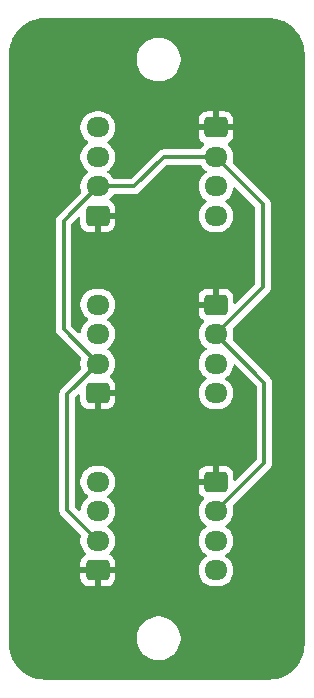
<source format=gbr>
%TF.GenerationSoftware,KiCad,Pcbnew,9.0.2*%
%TF.CreationDate,2025-06-15T01:11:38-07:00*%
%TF.ProjectId,SDM26_SplitterV1.1,53444d32-365f-4537-906c-697474657256,rev?*%
%TF.SameCoordinates,Original*%
%TF.FileFunction,Copper,L2,Bot*%
%TF.FilePolarity,Positive*%
%FSLAX46Y46*%
G04 Gerber Fmt 4.6, Leading zero omitted, Abs format (unit mm)*
G04 Created by KiCad (PCBNEW 9.0.2) date 2025-06-15 01:11:38*
%MOMM*%
%LPD*%
G01*
G04 APERTURE LIST*
G04 Aperture macros list*
%AMRoundRect*
0 Rectangle with rounded corners*
0 $1 Rounding radius*
0 $2 $3 $4 $5 $6 $7 $8 $9 X,Y pos of 4 corners*
0 Add a 4 corners polygon primitive as box body*
4,1,4,$2,$3,$4,$5,$6,$7,$8,$9,$2,$3,0*
0 Add four circle primitives for the rounded corners*
1,1,$1+$1,$2,$3*
1,1,$1+$1,$4,$5*
1,1,$1+$1,$6,$7*
1,1,$1+$1,$8,$9*
0 Add four rect primitives between the rounded corners*
20,1,$1+$1,$2,$3,$4,$5,0*
20,1,$1+$1,$4,$5,$6,$7,0*
20,1,$1+$1,$6,$7,$8,$9,0*
20,1,$1+$1,$8,$9,$2,$3,0*%
G04 Aperture macros list end*
%TA.AperFunction,ComponentPad*%
%ADD10RoundRect,0.250000X-0.725000X0.600000X-0.725000X-0.600000X0.725000X-0.600000X0.725000X0.600000X0*%
%TD*%
%TA.AperFunction,ComponentPad*%
%ADD11O,1.950000X1.700000*%
%TD*%
%TA.AperFunction,ComponentPad*%
%ADD12RoundRect,0.250000X0.725000X-0.600000X0.725000X0.600000X-0.725000X0.600000X-0.725000X-0.600000X0*%
%TD*%
%TA.AperFunction,ViaPad*%
%ADD13C,0.600000*%
%TD*%
%TA.AperFunction,Conductor*%
%ADD14C,0.300000*%
%TD*%
G04 APERTURE END LIST*
D10*
%TO.P,J4,1,Pin_1*%
%TO.N,GND*%
X109900000Y-82350000D03*
D11*
%TO.P,J4,2,Pin_2*%
%TO.N,/CANH*%
X109900000Y-84850000D03*
%TO.P,J4,3,Pin_3*%
%TO.N,/CANL*%
X109900000Y-87350000D03*
%TO.P,J4,4,Pin_4*%
%TO.N,+5V*%
X109900000Y-89850000D03*
%TD*%
D12*
%TO.P,J1,1,Pin_1*%
%TO.N,GND*%
X99900000Y-119850000D03*
D11*
%TO.P,J1,2,Pin_2*%
%TO.N,/CANH*%
X99900000Y-117350000D03*
%TO.P,J1,3,Pin_3*%
%TO.N,/CANL*%
X99900000Y-114850000D03*
%TO.P,J1,4,Pin_4*%
%TO.N,+5V*%
X99900000Y-112350000D03*
%TD*%
D12*
%TO.P,J2,1,Pin_1*%
%TO.N,GND*%
X99900000Y-104850000D03*
D11*
%TO.P,J2,2,Pin_2*%
%TO.N,/CANH*%
X99900000Y-102350000D03*
%TO.P,J2,3,Pin_3*%
%TO.N,/CANL*%
X99900000Y-99850000D03*
%TO.P,J2,4,Pin_4*%
%TO.N,+5V*%
X99900000Y-97350000D03*
%TD*%
D10*
%TO.P,J6,1,Pin_1*%
%TO.N,GND*%
X109900000Y-112350000D03*
D11*
%TO.P,J6,2,Pin_2*%
%TO.N,/CANH*%
X109900000Y-114850000D03*
%TO.P,J6,3,Pin_3*%
%TO.N,/CANL*%
X109900000Y-117350000D03*
%TO.P,J6,4,Pin_4*%
%TO.N,+5V*%
X109900000Y-119850000D03*
%TD*%
D12*
%TO.P,J3,1,Pin_1*%
%TO.N,GND*%
X99900000Y-89850000D03*
D11*
%TO.P,J3,2,Pin_2*%
%TO.N,/CANH*%
X99900000Y-87350000D03*
%TO.P,J3,3,Pin_3*%
%TO.N,/CANL*%
X99900000Y-84850000D03*
%TO.P,J3,4,Pin_4*%
%TO.N,+5V*%
X99900000Y-82350000D03*
%TD*%
D10*
%TO.P,J5,1,Pin_1*%
%TO.N,GND*%
X109900000Y-97350000D03*
D11*
%TO.P,J5,2,Pin_2*%
%TO.N,/CANH*%
X109900000Y-99850000D03*
%TO.P,J5,3,Pin_3*%
%TO.N,/CANL*%
X109900000Y-102350000D03*
%TO.P,J5,4,Pin_4*%
%TO.N,+5V*%
X109900000Y-104850000D03*
%TD*%
D13*
%TO.N,GND*%
X114412500Y-79000000D03*
%TD*%
D14*
%TO.N,/CANH*%
X99900000Y-102350000D02*
X97000000Y-99450000D01*
X103000000Y-87350000D02*
X105500000Y-84850000D01*
X114000000Y-103950000D02*
X114000000Y-110750000D01*
X99900000Y-87350000D02*
X103000000Y-87350000D01*
X97300000Y-114750000D02*
X97300000Y-104950000D01*
X113900000Y-88850000D02*
X113900000Y-95850000D01*
X99900000Y-117350000D02*
X97300000Y-114750000D01*
X97300000Y-104950000D02*
X99900000Y-102350000D01*
X109900000Y-84850000D02*
X113900000Y-88850000D01*
X97000000Y-90250000D02*
X99900000Y-87350000D01*
X105500000Y-84850000D02*
X109900000Y-84850000D01*
X97000000Y-99450000D02*
X97000000Y-90250000D01*
X109900000Y-99850000D02*
X114000000Y-103950000D01*
X113900000Y-95850000D02*
X109900000Y-99850000D01*
X114000000Y-110750000D02*
X109900000Y-114850000D01*
%TD*%
%TA.AperFunction,Conductor*%
%TO.N,GND*%
G36*
X114403244Y-73100670D02*
G01*
X114707046Y-73116592D01*
X114719953Y-73117949D01*
X114851089Y-73138718D01*
X115017209Y-73165028D01*
X115029896Y-73167724D01*
X115320625Y-73245625D01*
X115332965Y-73249635D01*
X115613938Y-73357490D01*
X115625790Y-73362767D01*
X115893968Y-73499411D01*
X115905199Y-73505896D01*
X116157608Y-73669812D01*
X116168109Y-73677441D01*
X116402010Y-73866850D01*
X116411655Y-73875535D01*
X116624464Y-74088344D01*
X116633149Y-74097989D01*
X116822558Y-74331890D01*
X116830187Y-74342391D01*
X116994101Y-74594796D01*
X117000591Y-74606036D01*
X117137231Y-74874206D01*
X117142510Y-74886064D01*
X117250363Y-75167033D01*
X117254374Y-75179376D01*
X117332273Y-75470097D01*
X117334971Y-75482794D01*
X117382050Y-75780046D01*
X117383407Y-75792953D01*
X117399330Y-76096756D01*
X117399500Y-76103246D01*
X117399500Y-126096753D01*
X117399330Y-126103243D01*
X117383407Y-126407046D01*
X117382050Y-126419953D01*
X117334971Y-126717205D01*
X117332273Y-126729902D01*
X117254374Y-127020623D01*
X117250363Y-127032966D01*
X117142510Y-127313935D01*
X117137231Y-127325793D01*
X117000591Y-127593963D01*
X116994101Y-127605203D01*
X116830187Y-127857608D01*
X116822558Y-127868109D01*
X116633149Y-128102010D01*
X116624464Y-128111655D01*
X116411655Y-128324464D01*
X116402010Y-128333149D01*
X116168109Y-128522558D01*
X116157608Y-128530187D01*
X115905203Y-128694101D01*
X115893963Y-128700591D01*
X115625793Y-128837231D01*
X115613935Y-128842510D01*
X115332966Y-128950363D01*
X115320623Y-128954374D01*
X115029902Y-129032273D01*
X115017205Y-129034971D01*
X114719953Y-129082050D01*
X114707046Y-129083407D01*
X114403244Y-129099330D01*
X114396754Y-129099500D01*
X95403246Y-129099500D01*
X95396756Y-129099330D01*
X95092953Y-129083407D01*
X95080046Y-129082050D01*
X94782794Y-129034971D01*
X94770097Y-129032273D01*
X94479376Y-128954374D01*
X94467033Y-128950363D01*
X94186064Y-128842510D01*
X94174206Y-128837231D01*
X93906036Y-128700591D01*
X93894796Y-128694101D01*
X93642391Y-128530187D01*
X93631890Y-128522558D01*
X93397989Y-128333149D01*
X93388344Y-128324464D01*
X93175535Y-128111655D01*
X93166850Y-128102010D01*
X92977441Y-127868109D01*
X92969812Y-127857608D01*
X92805896Y-127605199D01*
X92799408Y-127593963D01*
X92662768Y-127325793D01*
X92657489Y-127313935D01*
X92549636Y-127032966D01*
X92545625Y-127020623D01*
X92538563Y-126994266D01*
X92467724Y-126729896D01*
X92465028Y-126717205D01*
X92417949Y-126419953D01*
X92416592Y-126407046D01*
X92400670Y-126103243D01*
X92400500Y-126096753D01*
X92400500Y-125478711D01*
X103199500Y-125478711D01*
X103199500Y-125721288D01*
X103231161Y-125961785D01*
X103293947Y-126196104D01*
X103330750Y-126284954D01*
X103386776Y-126420212D01*
X103508064Y-126630289D01*
X103508066Y-126630292D01*
X103508067Y-126630293D01*
X103655733Y-126822736D01*
X103655739Y-126822743D01*
X103827256Y-126994260D01*
X103827263Y-126994266D01*
X103877698Y-127032966D01*
X104019711Y-127141936D01*
X104229788Y-127263224D01*
X104453900Y-127356054D01*
X104688211Y-127418838D01*
X104868586Y-127442584D01*
X104928711Y-127450500D01*
X104928712Y-127450500D01*
X105171289Y-127450500D01*
X105219388Y-127444167D01*
X105411789Y-127418838D01*
X105646100Y-127356054D01*
X105870212Y-127263224D01*
X106080289Y-127141936D01*
X106272738Y-126994265D01*
X106444265Y-126822738D01*
X106591936Y-126630289D01*
X106713224Y-126420212D01*
X106806054Y-126196100D01*
X106868838Y-125961789D01*
X106900500Y-125721288D01*
X106900500Y-125478712D01*
X106868838Y-125238211D01*
X106806054Y-125003900D01*
X106713224Y-124779788D01*
X106591936Y-124569711D01*
X106444265Y-124377262D01*
X106444260Y-124377256D01*
X106272743Y-124205739D01*
X106272736Y-124205733D01*
X106080293Y-124058067D01*
X106080292Y-124058066D01*
X106080289Y-124058064D01*
X105870212Y-123936776D01*
X105870205Y-123936773D01*
X105646104Y-123843947D01*
X105411785Y-123781161D01*
X105171289Y-123749500D01*
X105171288Y-123749500D01*
X104928712Y-123749500D01*
X104928711Y-123749500D01*
X104688214Y-123781161D01*
X104453895Y-123843947D01*
X104229794Y-123936773D01*
X104229785Y-123936777D01*
X104019706Y-124058067D01*
X103827263Y-124205733D01*
X103827256Y-124205739D01*
X103655739Y-124377256D01*
X103655733Y-124377263D01*
X103508067Y-124569706D01*
X103386777Y-124779785D01*
X103386773Y-124779794D01*
X103293947Y-125003895D01*
X103231161Y-125238214D01*
X103199500Y-125478711D01*
X92400500Y-125478711D01*
X92400500Y-99514071D01*
X96349499Y-99514071D01*
X96374497Y-99639738D01*
X96374499Y-99639744D01*
X96423534Y-99758125D01*
X96494726Y-99864673D01*
X96494727Y-99864674D01*
X98454555Y-101824501D01*
X98488040Y-101885824D01*
X98484805Y-101950499D01*
X98457754Y-102033755D01*
X98457753Y-102033759D01*
X98424500Y-102243713D01*
X98424500Y-102456286D01*
X98457753Y-102666240D01*
X98457754Y-102666244D01*
X98484805Y-102749499D01*
X98486800Y-102819340D01*
X98454555Y-102875497D01*
X96794726Y-104535326D01*
X96723534Y-104641874D01*
X96674499Y-104760255D01*
X96674497Y-104760261D01*
X96649500Y-104885928D01*
X96649500Y-104885931D01*
X96649500Y-114814069D01*
X96669392Y-114914069D01*
X96674499Y-114939744D01*
X96723534Y-115058125D01*
X96794726Y-115164673D01*
X96794727Y-115164674D01*
X98454555Y-116824501D01*
X98488040Y-116885824D01*
X98484805Y-116950499D01*
X98457754Y-117033755D01*
X98457753Y-117033759D01*
X98424500Y-117243713D01*
X98424500Y-117456286D01*
X98457753Y-117666239D01*
X98523444Y-117868414D01*
X98619951Y-118057820D01*
X98744890Y-118229786D01*
X98884068Y-118368964D01*
X98917553Y-118430287D01*
X98912569Y-118499979D01*
X98870697Y-118555912D01*
X98861484Y-118562183D01*
X98706659Y-118657680D01*
X98706655Y-118657683D01*
X98582684Y-118781654D01*
X98490643Y-118930875D01*
X98490641Y-118930880D01*
X98435494Y-119097302D01*
X98435493Y-119097309D01*
X98425000Y-119200013D01*
X98425000Y-119600000D01*
X99495854Y-119600000D01*
X99457370Y-119666657D01*
X99425000Y-119787465D01*
X99425000Y-119912535D01*
X99457370Y-120033343D01*
X99495854Y-120100000D01*
X98425001Y-120100000D01*
X98425001Y-120499986D01*
X98435494Y-120602697D01*
X98490641Y-120769119D01*
X98490643Y-120769124D01*
X98582684Y-120918345D01*
X98706654Y-121042315D01*
X98855875Y-121134356D01*
X98855880Y-121134358D01*
X99022302Y-121189505D01*
X99022309Y-121189506D01*
X99125019Y-121199999D01*
X99649999Y-121199999D01*
X99650000Y-121199998D01*
X99650000Y-120254145D01*
X99716657Y-120292630D01*
X99837465Y-120325000D01*
X99962535Y-120325000D01*
X100083343Y-120292630D01*
X100150000Y-120254145D01*
X100150000Y-121199999D01*
X100674972Y-121199999D01*
X100674986Y-121199998D01*
X100777697Y-121189505D01*
X100944119Y-121134358D01*
X100944124Y-121134356D01*
X101093345Y-121042315D01*
X101217315Y-120918345D01*
X101309356Y-120769124D01*
X101309358Y-120769119D01*
X101364505Y-120602697D01*
X101364506Y-120602690D01*
X101374999Y-120499986D01*
X101375000Y-120499973D01*
X101375000Y-120100000D01*
X100304146Y-120100000D01*
X100342630Y-120033343D01*
X100375000Y-119912535D01*
X100375000Y-119787465D01*
X100342630Y-119666657D01*
X100304146Y-119600000D01*
X101374999Y-119600000D01*
X101374999Y-119200028D01*
X101374998Y-119200013D01*
X101364505Y-119097302D01*
X101309358Y-118930880D01*
X101309356Y-118930875D01*
X101217315Y-118781654D01*
X101093345Y-118657684D01*
X100938515Y-118562184D01*
X100891791Y-118510236D01*
X100880568Y-118441273D01*
X100908412Y-118377191D01*
X100915909Y-118368986D01*
X101055104Y-118229792D01*
X101180051Y-118057816D01*
X101276557Y-117868412D01*
X101342246Y-117666243D01*
X101375500Y-117456287D01*
X101375500Y-117243713D01*
X101342246Y-117033757D01*
X101276557Y-116831588D01*
X101180051Y-116642184D01*
X101180049Y-116642181D01*
X101180048Y-116642179D01*
X101055109Y-116470213D01*
X100904792Y-116319896D01*
X100904784Y-116319890D01*
X100740204Y-116200316D01*
X100697540Y-116144989D01*
X100691561Y-116075376D01*
X100724166Y-116013580D01*
X100740199Y-115999686D01*
X100904792Y-115880104D01*
X101055104Y-115729792D01*
X101055106Y-115729788D01*
X101055109Y-115729786D01*
X101180048Y-115557820D01*
X101180047Y-115557820D01*
X101180051Y-115557816D01*
X101276557Y-115368412D01*
X101342246Y-115166243D01*
X101375500Y-114956287D01*
X101375500Y-114743713D01*
X101342246Y-114533757D01*
X101276557Y-114331588D01*
X101180051Y-114142184D01*
X101180049Y-114142181D01*
X101180048Y-114142179D01*
X101055109Y-113970213D01*
X100904792Y-113819896D01*
X100820598Y-113758726D01*
X100740204Y-113700316D01*
X100697540Y-113644989D01*
X100691561Y-113575376D01*
X100724166Y-113513580D01*
X100740199Y-113499686D01*
X100904792Y-113380104D01*
X101055104Y-113229792D01*
X101055106Y-113229788D01*
X101055109Y-113229786D01*
X101180048Y-113057820D01*
X101180047Y-113057820D01*
X101180051Y-113057816D01*
X101276557Y-112868412D01*
X101342246Y-112666243D01*
X101375500Y-112456287D01*
X101375500Y-112243713D01*
X101342246Y-112033757D01*
X101276557Y-111831588D01*
X101276554Y-111831582D01*
X101236597Y-111753160D01*
X101236596Y-111753159D01*
X101209516Y-111700013D01*
X101180051Y-111642184D01*
X101147443Y-111597302D01*
X101055109Y-111470213D01*
X100904786Y-111319890D01*
X100732820Y-111194951D01*
X100543414Y-111098444D01*
X100543413Y-111098443D01*
X100543412Y-111098443D01*
X100341243Y-111032754D01*
X100341241Y-111032753D01*
X100341240Y-111032753D01*
X100179957Y-111007208D01*
X100131287Y-110999500D01*
X99668713Y-110999500D01*
X99620042Y-111007208D01*
X99458760Y-111032753D01*
X99256585Y-111098444D01*
X99067179Y-111194951D01*
X98895213Y-111319890D01*
X98744890Y-111470213D01*
X98619951Y-111642179D01*
X98523444Y-111831585D01*
X98457753Y-112033760D01*
X98424500Y-112243713D01*
X98424500Y-112456286D01*
X98457753Y-112666239D01*
X98523444Y-112868414D01*
X98619951Y-113057820D01*
X98744890Y-113229786D01*
X98895209Y-113380105D01*
X98895214Y-113380109D01*
X99059793Y-113499682D01*
X99102459Y-113555011D01*
X99108438Y-113624625D01*
X99075833Y-113686420D01*
X99059793Y-113700318D01*
X98895214Y-113819890D01*
X98895209Y-113819894D01*
X98744890Y-113970213D01*
X98619951Y-114142179D01*
X98523444Y-114331585D01*
X98457753Y-114533760D01*
X98433742Y-114685359D01*
X98403813Y-114748494D01*
X98344501Y-114785425D01*
X98274638Y-114784427D01*
X98223588Y-114753642D01*
X97986819Y-114516873D01*
X97953334Y-114455550D01*
X97950500Y-114429192D01*
X97950500Y-105270807D01*
X97970185Y-105203768D01*
X97986814Y-105183131D01*
X98213320Y-104956625D01*
X98274642Y-104923141D01*
X98344334Y-104928125D01*
X98400267Y-104969997D01*
X98424684Y-105035461D01*
X98425000Y-105044307D01*
X98425000Y-105499971D01*
X98425001Y-105499987D01*
X98435494Y-105602697D01*
X98490641Y-105769119D01*
X98490643Y-105769124D01*
X98582684Y-105918345D01*
X98706654Y-106042315D01*
X98855875Y-106134356D01*
X98855880Y-106134358D01*
X99022302Y-106189505D01*
X99022309Y-106189506D01*
X99125019Y-106199999D01*
X99649999Y-106199999D01*
X99650000Y-106199998D01*
X99650000Y-105254145D01*
X99716657Y-105292630D01*
X99837465Y-105325000D01*
X99962535Y-105325000D01*
X100083343Y-105292630D01*
X100150000Y-105254145D01*
X100150000Y-106199999D01*
X100674972Y-106199999D01*
X100674986Y-106199998D01*
X100777697Y-106189505D01*
X100944119Y-106134358D01*
X100944124Y-106134356D01*
X101093345Y-106042315D01*
X101217315Y-105918345D01*
X101309356Y-105769124D01*
X101309358Y-105769119D01*
X101364505Y-105602697D01*
X101364506Y-105602690D01*
X101374999Y-105499986D01*
X101375000Y-105499973D01*
X101375000Y-105100000D01*
X100304146Y-105100000D01*
X100342630Y-105033343D01*
X100375000Y-104912535D01*
X100375000Y-104787465D01*
X100342630Y-104666657D01*
X100304146Y-104600000D01*
X101374999Y-104600000D01*
X101374999Y-104200028D01*
X101374998Y-104200013D01*
X101364505Y-104097302D01*
X101309358Y-103930880D01*
X101309356Y-103930875D01*
X101217315Y-103781654D01*
X101093345Y-103657684D01*
X100938515Y-103562184D01*
X100891791Y-103510236D01*
X100880568Y-103441273D01*
X100908412Y-103377191D01*
X100915909Y-103368986D01*
X101055104Y-103229792D01*
X101180051Y-103057816D01*
X101276557Y-102868412D01*
X101342246Y-102666243D01*
X101375500Y-102456287D01*
X101375500Y-102243713D01*
X101342246Y-102033757D01*
X101276557Y-101831588D01*
X101180051Y-101642184D01*
X101180049Y-101642181D01*
X101180048Y-101642179D01*
X101055109Y-101470213D01*
X100904792Y-101319896D01*
X100904784Y-101319890D01*
X100740204Y-101200316D01*
X100697540Y-101144989D01*
X100691561Y-101075376D01*
X100724166Y-101013580D01*
X100740199Y-100999686D01*
X100904792Y-100880104D01*
X101055104Y-100729792D01*
X101055106Y-100729788D01*
X101055109Y-100729786D01*
X101180048Y-100557820D01*
X101180047Y-100557820D01*
X101180051Y-100557816D01*
X101276557Y-100368412D01*
X101342246Y-100166243D01*
X101375500Y-99956287D01*
X101375500Y-99743713D01*
X101342246Y-99533757D01*
X101276557Y-99331588D01*
X101180051Y-99142184D01*
X101180049Y-99142181D01*
X101180048Y-99142179D01*
X101055109Y-98970213D01*
X100904792Y-98819896D01*
X100820598Y-98758726D01*
X100740204Y-98700316D01*
X100697540Y-98644989D01*
X100691561Y-98575376D01*
X100724166Y-98513580D01*
X100740199Y-98499686D01*
X100904792Y-98380104D01*
X101055104Y-98229792D01*
X101055106Y-98229788D01*
X101055109Y-98229786D01*
X101180048Y-98057820D01*
X101180047Y-98057820D01*
X101180051Y-98057816D01*
X101276557Y-97868412D01*
X101342246Y-97666243D01*
X101375500Y-97456287D01*
X101375500Y-97243713D01*
X101342246Y-97033757D01*
X101276557Y-96831588D01*
X101276554Y-96831582D01*
X101236597Y-96753160D01*
X101236596Y-96753159D01*
X101209516Y-96700013D01*
X101180051Y-96642184D01*
X101147443Y-96597302D01*
X101055109Y-96470213D01*
X100904786Y-96319890D01*
X100732820Y-96194951D01*
X100543414Y-96098444D01*
X100543413Y-96098443D01*
X100543412Y-96098443D01*
X100341243Y-96032754D01*
X100341241Y-96032753D01*
X100341240Y-96032753D01*
X100179957Y-96007208D01*
X100131287Y-95999500D01*
X99668713Y-95999500D01*
X99620042Y-96007208D01*
X99458760Y-96032753D01*
X99256585Y-96098444D01*
X99067179Y-96194951D01*
X98895213Y-96319890D01*
X98744890Y-96470213D01*
X98619951Y-96642179D01*
X98523444Y-96831585D01*
X98457753Y-97033760D01*
X98424500Y-97243713D01*
X98424500Y-97456286D01*
X98457753Y-97666239D01*
X98523444Y-97868414D01*
X98619951Y-98057820D01*
X98744890Y-98229786D01*
X98895209Y-98380105D01*
X98895214Y-98380109D01*
X99059793Y-98499682D01*
X99102459Y-98555011D01*
X99108438Y-98624625D01*
X99075833Y-98686420D01*
X99059793Y-98700318D01*
X98895214Y-98819890D01*
X98895209Y-98819894D01*
X98744890Y-98970213D01*
X98619951Y-99142179D01*
X98523444Y-99331585D01*
X98457753Y-99533760D01*
X98433742Y-99685359D01*
X98403813Y-99748494D01*
X98344501Y-99785425D01*
X98274638Y-99784427D01*
X98223588Y-99753642D01*
X97686819Y-99216873D01*
X97653334Y-99155550D01*
X97650500Y-99129192D01*
X97650500Y-90570807D01*
X97670185Y-90503768D01*
X97686814Y-90483131D01*
X98213322Y-89956622D01*
X98274642Y-89923140D01*
X98344333Y-89928124D01*
X98400267Y-89969995D01*
X98424684Y-90035460D01*
X98425000Y-90044306D01*
X98425000Y-90499971D01*
X98425001Y-90499987D01*
X98435494Y-90602697D01*
X98490641Y-90769119D01*
X98490643Y-90769124D01*
X98582684Y-90918345D01*
X98706654Y-91042315D01*
X98855875Y-91134356D01*
X98855880Y-91134358D01*
X99022302Y-91189505D01*
X99022309Y-91189506D01*
X99125019Y-91199999D01*
X99649999Y-91199999D01*
X99650000Y-91199998D01*
X99650000Y-90254145D01*
X99716657Y-90292630D01*
X99837465Y-90325000D01*
X99962535Y-90325000D01*
X100083343Y-90292630D01*
X100150000Y-90254145D01*
X100150000Y-91199999D01*
X100674972Y-91199999D01*
X100674986Y-91199998D01*
X100777697Y-91189505D01*
X100944119Y-91134358D01*
X100944124Y-91134356D01*
X101093345Y-91042315D01*
X101217315Y-90918345D01*
X101309356Y-90769124D01*
X101309358Y-90769119D01*
X101364505Y-90602697D01*
X101364506Y-90602690D01*
X101374999Y-90499986D01*
X101375000Y-90499973D01*
X101375000Y-90100000D01*
X100304146Y-90100000D01*
X100342630Y-90033343D01*
X100375000Y-89912535D01*
X100375000Y-89787465D01*
X100342630Y-89666657D01*
X100304146Y-89600000D01*
X101374999Y-89600000D01*
X101374999Y-89200028D01*
X101374998Y-89200013D01*
X101364505Y-89097302D01*
X101309358Y-88930880D01*
X101309356Y-88930875D01*
X101217315Y-88781654D01*
X101093345Y-88657684D01*
X100938515Y-88562184D01*
X100891791Y-88510236D01*
X100880568Y-88441273D01*
X100908412Y-88377191D01*
X100915909Y-88368986D01*
X101055104Y-88229792D01*
X101055110Y-88229784D01*
X101182915Y-88053875D01*
X101184259Y-88054851D01*
X101230705Y-88012834D01*
X101284618Y-88000500D01*
X103064071Y-88000500D01*
X103148615Y-87983682D01*
X103189744Y-87975501D01*
X103308127Y-87926465D01*
X103414669Y-87855277D01*
X105733127Y-85536819D01*
X105794450Y-85503334D01*
X105820808Y-85500500D01*
X108515382Y-85500500D01*
X108582421Y-85520185D01*
X108616099Y-85554591D01*
X108617085Y-85553875D01*
X108744890Y-85729786D01*
X108895209Y-85880105D01*
X108895214Y-85880109D01*
X109059793Y-85999682D01*
X109102459Y-86055011D01*
X109108438Y-86124625D01*
X109075833Y-86186420D01*
X109059793Y-86200318D01*
X108895214Y-86319890D01*
X108895209Y-86319894D01*
X108744890Y-86470213D01*
X108619951Y-86642179D01*
X108523444Y-86831585D01*
X108457753Y-87033760D01*
X108424500Y-87243713D01*
X108424500Y-87456286D01*
X108457753Y-87666239D01*
X108457753Y-87666241D01*
X108457754Y-87666243D01*
X108519175Y-87855277D01*
X108523444Y-87868414D01*
X108619951Y-88057820D01*
X108744890Y-88229786D01*
X108895209Y-88380105D01*
X108895214Y-88380109D01*
X109059793Y-88499682D01*
X109102459Y-88555011D01*
X109108438Y-88624625D01*
X109075833Y-88686420D01*
X109059793Y-88700318D01*
X108895214Y-88819890D01*
X108895209Y-88819894D01*
X108744890Y-88970213D01*
X108619951Y-89142179D01*
X108523444Y-89331585D01*
X108457753Y-89533760D01*
X108427622Y-89724000D01*
X108424500Y-89743713D01*
X108424500Y-89956287D01*
X108434534Y-90019644D01*
X108457753Y-90166239D01*
X108523444Y-90368414D01*
X108619951Y-90557820D01*
X108744890Y-90729786D01*
X108895213Y-90880109D01*
X109067179Y-91005048D01*
X109067181Y-91005049D01*
X109067184Y-91005051D01*
X109256588Y-91101557D01*
X109458757Y-91167246D01*
X109668713Y-91200500D01*
X109668714Y-91200500D01*
X110131286Y-91200500D01*
X110131287Y-91200500D01*
X110341243Y-91167246D01*
X110543412Y-91101557D01*
X110732816Y-91005051D01*
X110754789Y-90989086D01*
X110904786Y-90880109D01*
X110904788Y-90880106D01*
X110904792Y-90880104D01*
X111055104Y-90729792D01*
X111055106Y-90729788D01*
X111055109Y-90729786D01*
X111180048Y-90557820D01*
X111180047Y-90557820D01*
X111180051Y-90557816D01*
X111276557Y-90368412D01*
X111342246Y-90166243D01*
X111375500Y-89956287D01*
X111375500Y-89743713D01*
X111342246Y-89533757D01*
X111276557Y-89331588D01*
X111180051Y-89142184D01*
X111180049Y-89142181D01*
X111180048Y-89142179D01*
X111055109Y-88970213D01*
X110904792Y-88819896D01*
X110858043Y-88785931D01*
X110740204Y-88700316D01*
X110697540Y-88644989D01*
X110691561Y-88575376D01*
X110724166Y-88513580D01*
X110740199Y-88499686D01*
X110904792Y-88380104D01*
X111055104Y-88229792D01*
X111055106Y-88229788D01*
X111055109Y-88229786D01*
X111180048Y-88057820D01*
X111180047Y-88057820D01*
X111180051Y-88057816D01*
X111276557Y-87868412D01*
X111342246Y-87666243D01*
X111366257Y-87514639D01*
X111396186Y-87451506D01*
X111455497Y-87414574D01*
X111525360Y-87415572D01*
X111576411Y-87446357D01*
X113213181Y-89083127D01*
X113246666Y-89144450D01*
X113249500Y-89170808D01*
X113249500Y-95529191D01*
X113229815Y-95596230D01*
X113213181Y-95616872D01*
X111586680Y-97243372D01*
X111525357Y-97276857D01*
X111455665Y-97271873D01*
X111399732Y-97230001D01*
X111375315Y-97164537D01*
X111374999Y-97155691D01*
X111374999Y-96700028D01*
X111374998Y-96700013D01*
X111364505Y-96597302D01*
X111309358Y-96430880D01*
X111309356Y-96430875D01*
X111217315Y-96281654D01*
X111093345Y-96157684D01*
X110944124Y-96065643D01*
X110944119Y-96065641D01*
X110777697Y-96010494D01*
X110777690Y-96010493D01*
X110674986Y-96000000D01*
X110150000Y-96000000D01*
X110150000Y-96945854D01*
X110083343Y-96907370D01*
X109962535Y-96875000D01*
X109837465Y-96875000D01*
X109716657Y-96907370D01*
X109650000Y-96945854D01*
X109650000Y-96000000D01*
X109125028Y-96000000D01*
X109125012Y-96000001D01*
X109022302Y-96010494D01*
X108855880Y-96065641D01*
X108855875Y-96065643D01*
X108706654Y-96157684D01*
X108582684Y-96281654D01*
X108490643Y-96430875D01*
X108490641Y-96430880D01*
X108435494Y-96597302D01*
X108435493Y-96597309D01*
X108425000Y-96700013D01*
X108425000Y-97100000D01*
X109495854Y-97100000D01*
X109457370Y-97166657D01*
X109425000Y-97287465D01*
X109425000Y-97412535D01*
X109457370Y-97533343D01*
X109495854Y-97600000D01*
X108425001Y-97600000D01*
X108425001Y-97999986D01*
X108435494Y-98102697D01*
X108490641Y-98269119D01*
X108490643Y-98269124D01*
X108582684Y-98418345D01*
X108706654Y-98542315D01*
X108861484Y-98637815D01*
X108908208Y-98689763D01*
X108919431Y-98758726D01*
X108891587Y-98822808D01*
X108884069Y-98831035D01*
X108744889Y-98970215D01*
X108619951Y-99142179D01*
X108523444Y-99331585D01*
X108457753Y-99533760D01*
X108424500Y-99743713D01*
X108424500Y-99956286D01*
X108457753Y-100166239D01*
X108523444Y-100368414D01*
X108619951Y-100557820D01*
X108744890Y-100729786D01*
X108895209Y-100880105D01*
X108895214Y-100880109D01*
X109059793Y-100999682D01*
X109102459Y-101055011D01*
X109108438Y-101124625D01*
X109075833Y-101186420D01*
X109059793Y-101200318D01*
X108895214Y-101319890D01*
X108895209Y-101319894D01*
X108744890Y-101470213D01*
X108619951Y-101642179D01*
X108523444Y-101831585D01*
X108457753Y-102033760D01*
X108424500Y-102243713D01*
X108424500Y-102456286D01*
X108457753Y-102666239D01*
X108457753Y-102666241D01*
X108457754Y-102666243D01*
X108507498Y-102819340D01*
X108523444Y-102868414D01*
X108619951Y-103057820D01*
X108744890Y-103229786D01*
X108895209Y-103380105D01*
X108895214Y-103380109D01*
X109059793Y-103499682D01*
X109102459Y-103555011D01*
X109108438Y-103624625D01*
X109075833Y-103686420D01*
X109059793Y-103700318D01*
X108895214Y-103819890D01*
X108895209Y-103819894D01*
X108744890Y-103970213D01*
X108619951Y-104142179D01*
X108523444Y-104331585D01*
X108457753Y-104533760D01*
X108427622Y-104724000D01*
X108424500Y-104743713D01*
X108424500Y-104956287D01*
X108434534Y-105019644D01*
X108457753Y-105166239D01*
X108523444Y-105368414D01*
X108619951Y-105557820D01*
X108744890Y-105729786D01*
X108895213Y-105880109D01*
X109067179Y-106005048D01*
X109067181Y-106005049D01*
X109067184Y-106005051D01*
X109256588Y-106101557D01*
X109458757Y-106167246D01*
X109668713Y-106200500D01*
X109668714Y-106200500D01*
X110131286Y-106200500D01*
X110131287Y-106200500D01*
X110341243Y-106167246D01*
X110543412Y-106101557D01*
X110732816Y-106005051D01*
X110754789Y-105989086D01*
X110904786Y-105880109D01*
X110904788Y-105880106D01*
X110904792Y-105880104D01*
X111055104Y-105729792D01*
X111055106Y-105729788D01*
X111055109Y-105729786D01*
X111180048Y-105557820D01*
X111180047Y-105557820D01*
X111180051Y-105557816D01*
X111276557Y-105368412D01*
X111342246Y-105166243D01*
X111375500Y-104956287D01*
X111375500Y-104743713D01*
X111342246Y-104533757D01*
X111276557Y-104331588D01*
X111180051Y-104142184D01*
X111180049Y-104142181D01*
X111180048Y-104142179D01*
X111055109Y-103970213D01*
X110904792Y-103819896D01*
X110852156Y-103781654D01*
X110740204Y-103700316D01*
X110697540Y-103644989D01*
X110691561Y-103575376D01*
X110724166Y-103513580D01*
X110740199Y-103499686D01*
X110904792Y-103380104D01*
X111055104Y-103229792D01*
X111055106Y-103229788D01*
X111055109Y-103229786D01*
X111180048Y-103057820D01*
X111180047Y-103057820D01*
X111180051Y-103057816D01*
X111276557Y-102868412D01*
X111342246Y-102666243D01*
X111366257Y-102514639D01*
X111396186Y-102451506D01*
X111455497Y-102414574D01*
X111525360Y-102415572D01*
X111576411Y-102446357D01*
X113313181Y-104183127D01*
X113346666Y-104244450D01*
X113349500Y-104270808D01*
X113349500Y-110429191D01*
X113329815Y-110496230D01*
X113313181Y-110516872D01*
X111586680Y-112243372D01*
X111525357Y-112276857D01*
X111455665Y-112271873D01*
X111399732Y-112230001D01*
X111375315Y-112164537D01*
X111374999Y-112155691D01*
X111374999Y-111700028D01*
X111374998Y-111700013D01*
X111364505Y-111597302D01*
X111309358Y-111430880D01*
X111309356Y-111430875D01*
X111217315Y-111281654D01*
X111093345Y-111157684D01*
X110944124Y-111065643D01*
X110944119Y-111065641D01*
X110777697Y-111010494D01*
X110777690Y-111010493D01*
X110674986Y-111000000D01*
X110150000Y-111000000D01*
X110150000Y-111945854D01*
X110083343Y-111907370D01*
X109962535Y-111875000D01*
X109837465Y-111875000D01*
X109716657Y-111907370D01*
X109650000Y-111945854D01*
X109650000Y-111000000D01*
X109125028Y-111000000D01*
X109125012Y-111000001D01*
X109022302Y-111010494D01*
X108855880Y-111065641D01*
X108855875Y-111065643D01*
X108706654Y-111157684D01*
X108582684Y-111281654D01*
X108490643Y-111430875D01*
X108490641Y-111430880D01*
X108435494Y-111597302D01*
X108435493Y-111597309D01*
X108425000Y-111700013D01*
X108425000Y-112100000D01*
X109495854Y-112100000D01*
X109457370Y-112166657D01*
X109425000Y-112287465D01*
X109425000Y-112412535D01*
X109457370Y-112533343D01*
X109495854Y-112600000D01*
X108425001Y-112600000D01*
X108425001Y-112999986D01*
X108435494Y-113102697D01*
X108490641Y-113269119D01*
X108490643Y-113269124D01*
X108582684Y-113418345D01*
X108706654Y-113542315D01*
X108861484Y-113637815D01*
X108908208Y-113689763D01*
X108919431Y-113758726D01*
X108891587Y-113822808D01*
X108884069Y-113831035D01*
X108744889Y-113970215D01*
X108619951Y-114142179D01*
X108523444Y-114331585D01*
X108457753Y-114533760D01*
X108424500Y-114743713D01*
X108424500Y-114956286D01*
X108457753Y-115166239D01*
X108523444Y-115368414D01*
X108619951Y-115557820D01*
X108744890Y-115729786D01*
X108895209Y-115880105D01*
X108895214Y-115880109D01*
X109059793Y-115999682D01*
X109102459Y-116055011D01*
X109108438Y-116124625D01*
X109075833Y-116186420D01*
X109059793Y-116200318D01*
X108895214Y-116319890D01*
X108895209Y-116319894D01*
X108744890Y-116470213D01*
X108619951Y-116642179D01*
X108523444Y-116831585D01*
X108457753Y-117033760D01*
X108424500Y-117243713D01*
X108424500Y-117456286D01*
X108457753Y-117666239D01*
X108523444Y-117868414D01*
X108619951Y-118057820D01*
X108744890Y-118229786D01*
X108895209Y-118380105D01*
X108895214Y-118380109D01*
X109059793Y-118499682D01*
X109102459Y-118555011D01*
X109108438Y-118624625D01*
X109075833Y-118686420D01*
X109059793Y-118700318D01*
X108895214Y-118819890D01*
X108895209Y-118819894D01*
X108744890Y-118970213D01*
X108619951Y-119142179D01*
X108523444Y-119331585D01*
X108457753Y-119533760D01*
X108424500Y-119743713D01*
X108424500Y-119956286D01*
X108457753Y-120166239D01*
X108523444Y-120368414D01*
X108619951Y-120557820D01*
X108744890Y-120729786D01*
X108895213Y-120880109D01*
X109067179Y-121005048D01*
X109067181Y-121005049D01*
X109067184Y-121005051D01*
X109256588Y-121101557D01*
X109458757Y-121167246D01*
X109668713Y-121200500D01*
X109668714Y-121200500D01*
X110131286Y-121200500D01*
X110131287Y-121200500D01*
X110341243Y-121167246D01*
X110543412Y-121101557D01*
X110732816Y-121005051D01*
X110754789Y-120989086D01*
X110904786Y-120880109D01*
X110904788Y-120880106D01*
X110904792Y-120880104D01*
X111055104Y-120729792D01*
X111055106Y-120729788D01*
X111055109Y-120729786D01*
X111180048Y-120557820D01*
X111180047Y-120557820D01*
X111180051Y-120557816D01*
X111276557Y-120368412D01*
X111342246Y-120166243D01*
X111375500Y-119956287D01*
X111375500Y-119743713D01*
X111342246Y-119533757D01*
X111276557Y-119331588D01*
X111180051Y-119142184D01*
X111180049Y-119142181D01*
X111180048Y-119142179D01*
X111055109Y-118970213D01*
X110904792Y-118819896D01*
X110852156Y-118781654D01*
X110740204Y-118700316D01*
X110697540Y-118644989D01*
X110691561Y-118575376D01*
X110724166Y-118513580D01*
X110740199Y-118499686D01*
X110904792Y-118380104D01*
X111055104Y-118229792D01*
X111055106Y-118229788D01*
X111055109Y-118229786D01*
X111180048Y-118057820D01*
X111180047Y-118057820D01*
X111180051Y-118057816D01*
X111276557Y-117868412D01*
X111342246Y-117666243D01*
X111375500Y-117456287D01*
X111375500Y-117243713D01*
X111342246Y-117033757D01*
X111276557Y-116831588D01*
X111180051Y-116642184D01*
X111180049Y-116642181D01*
X111180048Y-116642179D01*
X111055109Y-116470213D01*
X110904792Y-116319896D01*
X110904784Y-116319890D01*
X110740204Y-116200316D01*
X110697540Y-116144989D01*
X110691561Y-116075376D01*
X110724166Y-116013580D01*
X110740199Y-115999686D01*
X110904792Y-115880104D01*
X111055104Y-115729792D01*
X111055106Y-115729788D01*
X111055109Y-115729786D01*
X111180048Y-115557820D01*
X111180047Y-115557820D01*
X111180051Y-115557816D01*
X111276557Y-115368412D01*
X111342246Y-115166243D01*
X111375500Y-114956287D01*
X111375500Y-114743713D01*
X111342246Y-114533757D01*
X111315192Y-114450498D01*
X111313198Y-114380660D01*
X111345441Y-114324503D01*
X114505277Y-111164669D01*
X114576466Y-111058126D01*
X114625501Y-110939743D01*
X114650500Y-110814069D01*
X114650500Y-110685931D01*
X114650500Y-103885931D01*
X114650500Y-103885928D01*
X114625502Y-103760261D01*
X114625501Y-103760260D01*
X114625501Y-103760256D01*
X114586975Y-103667246D01*
X114586974Y-103667243D01*
X114576468Y-103641878D01*
X114576462Y-103641868D01*
X114505278Y-103535332D01*
X114505272Y-103535325D01*
X111345443Y-100375497D01*
X111311958Y-100314174D01*
X111315193Y-100249498D01*
X111342246Y-100166243D01*
X111375500Y-99956287D01*
X111375500Y-99743713D01*
X111342246Y-99533757D01*
X111315192Y-99450498D01*
X111313198Y-99380660D01*
X111345441Y-99324503D01*
X114405276Y-96264670D01*
X114476465Y-96158127D01*
X114525501Y-96039744D01*
X114533506Y-95999500D01*
X114550500Y-95914069D01*
X114550500Y-88785931D01*
X114550500Y-88785928D01*
X114525502Y-88660261D01*
X114525501Y-88660260D01*
X114525501Y-88660256D01*
X114476465Y-88541873D01*
X114470372Y-88532754D01*
X114457560Y-88513580D01*
X114405274Y-88435327D01*
X114405271Y-88435324D01*
X111345443Y-85375497D01*
X111311958Y-85314174D01*
X111315193Y-85249498D01*
X111342246Y-85166243D01*
X111375500Y-84956287D01*
X111375500Y-84743713D01*
X111342246Y-84533757D01*
X111276557Y-84331588D01*
X111180051Y-84142184D01*
X111180049Y-84142181D01*
X111180048Y-84142179D01*
X111055109Y-83970213D01*
X110915931Y-83831035D01*
X110882446Y-83769712D01*
X110887430Y-83700020D01*
X110929302Y-83644087D01*
X110938516Y-83637815D01*
X111093343Y-83542317D01*
X111217315Y-83418345D01*
X111309356Y-83269124D01*
X111309358Y-83269119D01*
X111364505Y-83102697D01*
X111364506Y-83102690D01*
X111374999Y-82999986D01*
X111375000Y-82999973D01*
X111375000Y-82600000D01*
X110304146Y-82600000D01*
X110342630Y-82533343D01*
X110375000Y-82412535D01*
X110375000Y-82287465D01*
X110342630Y-82166657D01*
X110304146Y-82100000D01*
X111374999Y-82100000D01*
X111374999Y-81700028D01*
X111374998Y-81700013D01*
X111364505Y-81597302D01*
X111309358Y-81430880D01*
X111309356Y-81430875D01*
X111217315Y-81281654D01*
X111093345Y-81157684D01*
X110944124Y-81065643D01*
X110944119Y-81065641D01*
X110777697Y-81010494D01*
X110777690Y-81010493D01*
X110674986Y-81000000D01*
X110150000Y-81000000D01*
X110150000Y-81945854D01*
X110083343Y-81907370D01*
X109962535Y-81875000D01*
X109837465Y-81875000D01*
X109716657Y-81907370D01*
X109650000Y-81945854D01*
X109650000Y-81000000D01*
X109125028Y-81000000D01*
X109125012Y-81000001D01*
X109022302Y-81010494D01*
X108855880Y-81065641D01*
X108855875Y-81065643D01*
X108706654Y-81157684D01*
X108582684Y-81281654D01*
X108490643Y-81430875D01*
X108490641Y-81430880D01*
X108435494Y-81597302D01*
X108435493Y-81597309D01*
X108425000Y-81700013D01*
X108425000Y-82100000D01*
X109495854Y-82100000D01*
X109457370Y-82166657D01*
X109425000Y-82287465D01*
X109425000Y-82412535D01*
X109457370Y-82533343D01*
X109495854Y-82600000D01*
X108425001Y-82600000D01*
X108425001Y-82999986D01*
X108435494Y-83102697D01*
X108490641Y-83269119D01*
X108490643Y-83269124D01*
X108582684Y-83418345D01*
X108706654Y-83542315D01*
X108861484Y-83637815D01*
X108908208Y-83689763D01*
X108919431Y-83758726D01*
X108891587Y-83822808D01*
X108884069Y-83831035D01*
X108744889Y-83970215D01*
X108617085Y-84146125D01*
X108615740Y-84145148D01*
X108569295Y-84187166D01*
X108515382Y-84199500D01*
X105435929Y-84199500D01*
X105310261Y-84224497D01*
X105310255Y-84224499D01*
X105191874Y-84273534D01*
X105085326Y-84344726D01*
X105085325Y-84344727D01*
X102766873Y-86663181D01*
X102705550Y-86696666D01*
X102679192Y-86699500D01*
X101284618Y-86699500D01*
X101217579Y-86679815D01*
X101183900Y-86645408D01*
X101182915Y-86646125D01*
X101055109Y-86470213D01*
X100904792Y-86319896D01*
X100904784Y-86319890D01*
X100740204Y-86200316D01*
X100697540Y-86144989D01*
X100691561Y-86075376D01*
X100724166Y-86013580D01*
X100740199Y-85999686D01*
X100904792Y-85880104D01*
X101055104Y-85729792D01*
X101055106Y-85729788D01*
X101055109Y-85729786D01*
X101180048Y-85557820D01*
X101180047Y-85557820D01*
X101180051Y-85557816D01*
X101276557Y-85368412D01*
X101342246Y-85166243D01*
X101375500Y-84956287D01*
X101375500Y-84743713D01*
X101342246Y-84533757D01*
X101276557Y-84331588D01*
X101180051Y-84142184D01*
X101180049Y-84142181D01*
X101180048Y-84142179D01*
X101055109Y-83970213D01*
X100904792Y-83819896D01*
X100820598Y-83758726D01*
X100740204Y-83700316D01*
X100697540Y-83644989D01*
X100691561Y-83575376D01*
X100724166Y-83513580D01*
X100740199Y-83499686D01*
X100904792Y-83380104D01*
X101055104Y-83229792D01*
X101055106Y-83229788D01*
X101055109Y-83229786D01*
X101180048Y-83057820D01*
X101180047Y-83057820D01*
X101180051Y-83057816D01*
X101276557Y-82868412D01*
X101342246Y-82666243D01*
X101375500Y-82456287D01*
X101375500Y-82243713D01*
X101342246Y-82033757D01*
X101276557Y-81831588D01*
X101276554Y-81831582D01*
X101236597Y-81753160D01*
X101236596Y-81753159D01*
X101209516Y-81700013D01*
X101180051Y-81642184D01*
X101147443Y-81597302D01*
X101055109Y-81470213D01*
X100904786Y-81319890D01*
X100732820Y-81194951D01*
X100543414Y-81098444D01*
X100543413Y-81098443D01*
X100543412Y-81098443D01*
X100341243Y-81032754D01*
X100341241Y-81032753D01*
X100341240Y-81032753D01*
X100179957Y-81007208D01*
X100131287Y-80999500D01*
X99668713Y-80999500D01*
X99620042Y-81007208D01*
X99458760Y-81032753D01*
X99256585Y-81098444D01*
X99067179Y-81194951D01*
X98895213Y-81319890D01*
X98744890Y-81470213D01*
X98619951Y-81642179D01*
X98523444Y-81831585D01*
X98457753Y-82033760D01*
X98424500Y-82243713D01*
X98424500Y-82456286D01*
X98457753Y-82666239D01*
X98523444Y-82868414D01*
X98619951Y-83057820D01*
X98744890Y-83229786D01*
X98895209Y-83380105D01*
X98895214Y-83380109D01*
X99059793Y-83499682D01*
X99102459Y-83555011D01*
X99108438Y-83624625D01*
X99075833Y-83686420D01*
X99059793Y-83700318D01*
X98895214Y-83819890D01*
X98895209Y-83819894D01*
X98744890Y-83970213D01*
X98619951Y-84142179D01*
X98523444Y-84331585D01*
X98457753Y-84533760D01*
X98424500Y-84743713D01*
X98424500Y-84956286D01*
X98457753Y-85166239D01*
X98523444Y-85368414D01*
X98619951Y-85557820D01*
X98744890Y-85729786D01*
X98895209Y-85880105D01*
X98895214Y-85880109D01*
X99059793Y-85999682D01*
X99102459Y-86055011D01*
X99108438Y-86124625D01*
X99075833Y-86186420D01*
X99059793Y-86200318D01*
X98895214Y-86319890D01*
X98895209Y-86319894D01*
X98744890Y-86470213D01*
X98619951Y-86642179D01*
X98523444Y-86831585D01*
X98457753Y-87033760D01*
X98424500Y-87243713D01*
X98424500Y-87456286D01*
X98457753Y-87666240D01*
X98457754Y-87666244D01*
X98484805Y-87749499D01*
X98486800Y-87819340D01*
X98454555Y-87875497D01*
X96494726Y-89835326D01*
X96423534Y-89941874D01*
X96374499Y-90060255D01*
X96374497Y-90060261D01*
X96349500Y-90185928D01*
X96349500Y-90185931D01*
X96349500Y-99514069D01*
X96349500Y-99514071D01*
X96349499Y-99514071D01*
X92400500Y-99514071D01*
X92400500Y-76478711D01*
X103199500Y-76478711D01*
X103199500Y-76721288D01*
X103231161Y-76961785D01*
X103293947Y-77196104D01*
X103386773Y-77420205D01*
X103386776Y-77420212D01*
X103508064Y-77630289D01*
X103508066Y-77630292D01*
X103508067Y-77630293D01*
X103655733Y-77822736D01*
X103655739Y-77822743D01*
X103827256Y-77994260D01*
X103827262Y-77994265D01*
X104019711Y-78141936D01*
X104229788Y-78263224D01*
X104453900Y-78356054D01*
X104688211Y-78418838D01*
X104868586Y-78442584D01*
X104928711Y-78450500D01*
X104928712Y-78450500D01*
X105171289Y-78450500D01*
X105219388Y-78444167D01*
X105411789Y-78418838D01*
X105646100Y-78356054D01*
X105870212Y-78263224D01*
X106080289Y-78141936D01*
X106272738Y-77994265D01*
X106444265Y-77822738D01*
X106591936Y-77630289D01*
X106713224Y-77420212D01*
X106806054Y-77196100D01*
X106868838Y-76961789D01*
X106900500Y-76721288D01*
X106900500Y-76478712D01*
X106868838Y-76238211D01*
X106806054Y-76003900D01*
X106713224Y-75779788D01*
X106591936Y-75569711D01*
X106444265Y-75377262D01*
X106444260Y-75377256D01*
X106272743Y-75205739D01*
X106272736Y-75205733D01*
X106080293Y-75058067D01*
X106080292Y-75058066D01*
X106080289Y-75058064D01*
X105870212Y-74936776D01*
X105870205Y-74936773D01*
X105646104Y-74843947D01*
X105411785Y-74781161D01*
X105171289Y-74749500D01*
X105171288Y-74749500D01*
X104928712Y-74749500D01*
X104928711Y-74749500D01*
X104688214Y-74781161D01*
X104453895Y-74843947D01*
X104229794Y-74936773D01*
X104229785Y-74936777D01*
X104019706Y-75058067D01*
X103827263Y-75205733D01*
X103827256Y-75205739D01*
X103655739Y-75377256D01*
X103655733Y-75377263D01*
X103508067Y-75569706D01*
X103386777Y-75779785D01*
X103386773Y-75779794D01*
X103293947Y-76003895D01*
X103231161Y-76238214D01*
X103199500Y-76478711D01*
X92400500Y-76478711D01*
X92400500Y-76103246D01*
X92400670Y-76096756D01*
X92403953Y-76034108D01*
X92416592Y-75792951D01*
X92417949Y-75780046D01*
X92465028Y-75482794D01*
X92467723Y-75470107D01*
X92545627Y-75179368D01*
X92549636Y-75167033D01*
X92591465Y-75058064D01*
X92657493Y-74886054D01*
X92662763Y-74874215D01*
X92799415Y-74606023D01*
X92805891Y-74594808D01*
X92969819Y-74342380D01*
X92977434Y-74331899D01*
X93166858Y-74097979D01*
X93175525Y-74088354D01*
X93388354Y-73875525D01*
X93397979Y-73866858D01*
X93631899Y-73677434D01*
X93642380Y-73669819D01*
X93894808Y-73505891D01*
X93906023Y-73499415D01*
X94174215Y-73362763D01*
X94186054Y-73357493D01*
X94467040Y-73249633D01*
X94479368Y-73245627D01*
X94770107Y-73167723D01*
X94782786Y-73165029D01*
X95080046Y-73117949D01*
X95092951Y-73116592D01*
X95396756Y-73100669D01*
X95403246Y-73100500D01*
X95465892Y-73100500D01*
X114334108Y-73100500D01*
X114396754Y-73100500D01*
X114403244Y-73100670D01*
G37*
%TD.AperFunction*%
%TD*%
M02*

</source>
